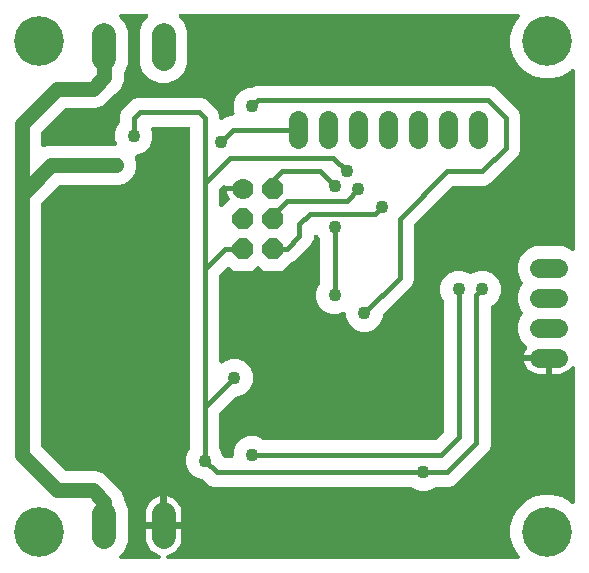
<source format=gbr>
G04 EAGLE Gerber RS-274X export*
G75*
%MOMM*%
%FSLAX34Y34*%
%LPD*%
%INBottom Copper*%
%IPPOS*%
%AMOC8*
5,1,8,0,0,1.08239X$1,22.5*%
G01*
%ADD10C,1.616000*%
%ADD11C,1.778000*%
%ADD12P,1.924489X8X292.500000*%
%ADD13C,2.000000*%
%ADD14C,1.100000*%
%ADD15C,1.270000*%
%ADD16C,4.200000*%
%ADD17C,0.406400*%
%ADD18P,1.298868X8X22.500000*%

G36*
X135888Y16444D02*
X135888Y16444D01*
X136025Y16449D01*
X136088Y16464D01*
X136152Y16471D01*
X136283Y16511D01*
X136417Y16543D01*
X136475Y16570D01*
X136537Y16589D01*
X136657Y16654D01*
X136782Y16712D01*
X136834Y16750D01*
X136891Y16781D01*
X136996Y16868D01*
X137107Y16950D01*
X137151Y16997D01*
X137200Y17038D01*
X137286Y17145D01*
X137379Y17247D01*
X137412Y17302D01*
X137452Y17352D01*
X137516Y17474D01*
X137586Y17592D01*
X137608Y17652D01*
X137638Y17709D01*
X137676Y17841D01*
X137722Y17971D01*
X137731Y18034D01*
X137749Y18096D01*
X137760Y18233D01*
X137780Y18369D01*
X137777Y18433D01*
X137782Y18498D01*
X137766Y18634D01*
X137759Y18771D01*
X137743Y18834D01*
X137735Y18897D01*
X137693Y19028D01*
X137658Y19161D01*
X137630Y19219D01*
X137610Y19280D01*
X137543Y19400D01*
X137483Y19523D01*
X137444Y19575D01*
X137412Y19631D01*
X137323Y19735D01*
X137240Y19844D01*
X137191Y19887D01*
X137149Y19935D01*
X137041Y20020D01*
X136938Y20111D01*
X136882Y20143D01*
X136831Y20182D01*
X136708Y20243D01*
X136589Y20312D01*
X136520Y20337D01*
X136471Y20362D01*
X136393Y20382D01*
X136277Y20424D01*
X135288Y20689D01*
X133462Y21445D01*
X131750Y22434D01*
X130181Y23637D01*
X128783Y25035D01*
X127580Y26604D01*
X126591Y28316D01*
X125835Y30142D01*
X125323Y32052D01*
X125065Y34012D01*
X125065Y42001D01*
X139178Y42001D01*
X139196Y42002D01*
X139213Y42001D01*
X139396Y42022D01*
X139578Y42041D01*
X139595Y42046D01*
X139613Y42048D01*
X139788Y42105D01*
X139963Y42159D01*
X139979Y42167D01*
X139996Y42173D01*
X140145Y42257D01*
X140199Y42230D01*
X140362Y42145D01*
X140379Y42140D01*
X140395Y42132D01*
X140573Y42084D01*
X140748Y42034D01*
X140766Y42032D01*
X140783Y42028D01*
X141114Y42001D01*
X155227Y42001D01*
X155227Y34012D01*
X154969Y32052D01*
X154457Y30142D01*
X153701Y28316D01*
X152712Y26604D01*
X151509Y25035D01*
X150111Y23637D01*
X148542Y22434D01*
X146830Y21445D01*
X145004Y20689D01*
X144015Y20424D01*
X143887Y20376D01*
X143755Y20335D01*
X143699Y20305D01*
X143638Y20282D01*
X143522Y20209D01*
X143401Y20143D01*
X143352Y20102D01*
X143297Y20068D01*
X143197Y19974D01*
X143092Y19886D01*
X143052Y19835D01*
X143005Y19791D01*
X142926Y19679D01*
X142840Y19572D01*
X142810Y19515D01*
X142773Y19462D01*
X142717Y19336D01*
X142654Y19215D01*
X142636Y19153D01*
X142610Y19094D01*
X142581Y18960D01*
X142543Y18828D01*
X142538Y18764D01*
X142524Y18701D01*
X142521Y18563D01*
X142510Y18426D01*
X142517Y18363D01*
X142516Y18298D01*
X142541Y18163D01*
X142557Y18027D01*
X142577Y17965D01*
X142588Y17902D01*
X142639Y17774D01*
X142682Y17644D01*
X142713Y17588D01*
X142737Y17528D01*
X142812Y17413D01*
X142880Y17293D01*
X142922Y17244D01*
X142957Y17190D01*
X143053Y17092D01*
X143143Y16988D01*
X143194Y16949D01*
X143239Y16903D01*
X143352Y16826D01*
X143461Y16742D01*
X143518Y16713D01*
X143572Y16677D01*
X143698Y16624D01*
X143821Y16562D01*
X143883Y16546D01*
X143943Y16521D01*
X144077Y16494D01*
X144210Y16458D01*
X144284Y16452D01*
X144337Y16441D01*
X144417Y16441D01*
X144541Y16431D01*
X439597Y16431D01*
X439606Y16432D01*
X439615Y16431D01*
X439807Y16452D01*
X439998Y16471D01*
X440007Y16473D01*
X440016Y16474D01*
X440198Y16532D01*
X440383Y16589D01*
X440391Y16593D01*
X440399Y16596D01*
X440568Y16689D01*
X440737Y16781D01*
X440744Y16786D01*
X440752Y16791D01*
X440900Y16916D01*
X441046Y17038D01*
X441052Y17045D01*
X441059Y17051D01*
X441178Y17202D01*
X441299Y17352D01*
X441303Y17360D01*
X441308Y17367D01*
X441395Y17538D01*
X441484Y17709D01*
X441487Y17718D01*
X441491Y17726D01*
X441542Y17911D01*
X441596Y18096D01*
X441596Y18105D01*
X441599Y18114D01*
X441613Y18304D01*
X441628Y18498D01*
X441627Y18506D01*
X441628Y18515D01*
X441604Y18708D01*
X441582Y18897D01*
X441579Y18906D01*
X441578Y18915D01*
X441516Y19098D01*
X441457Y19280D01*
X441452Y19288D01*
X441449Y19296D01*
X441354Y19462D01*
X441259Y19631D01*
X441253Y19638D01*
X441248Y19645D01*
X441034Y19898D01*
X440065Y20867D01*
X435963Y27972D01*
X433839Y35898D01*
X433839Y44102D01*
X435963Y52028D01*
X440065Y59133D01*
X445867Y64935D01*
X452972Y69037D01*
X460898Y71161D01*
X469102Y71161D01*
X477028Y69037D01*
X484133Y64935D01*
X485102Y63966D01*
X485109Y63961D01*
X485114Y63954D01*
X485264Y63833D01*
X485413Y63711D01*
X485421Y63707D01*
X485428Y63701D01*
X485598Y63613D01*
X485769Y63523D01*
X485778Y63520D01*
X485785Y63516D01*
X485970Y63463D01*
X486155Y63408D01*
X486164Y63407D01*
X486172Y63404D01*
X486363Y63389D01*
X486556Y63371D01*
X486565Y63372D01*
X486574Y63372D01*
X486763Y63394D01*
X486956Y63415D01*
X486965Y63417D01*
X486973Y63418D01*
X487155Y63478D01*
X487340Y63536D01*
X487348Y63541D01*
X487356Y63543D01*
X487523Y63638D01*
X487692Y63731D01*
X487699Y63737D01*
X487707Y63741D01*
X487852Y63866D01*
X487999Y63992D01*
X488005Y63999D01*
X488012Y64004D01*
X488128Y64155D01*
X488249Y64307D01*
X488253Y64316D01*
X488258Y64322D01*
X488343Y64493D01*
X488431Y64666D01*
X488434Y64675D01*
X488438Y64683D01*
X488487Y64869D01*
X488539Y65054D01*
X488540Y65063D01*
X488542Y65072D01*
X488569Y65403D01*
X488569Y177857D01*
X488553Y178024D01*
X488541Y178192D01*
X488533Y178224D01*
X488529Y178257D01*
X488480Y178418D01*
X488436Y178581D01*
X488421Y178610D01*
X488411Y178642D01*
X488331Y178790D01*
X488256Y178941D01*
X488235Y178967D01*
X488219Y178996D01*
X488112Y179125D01*
X488008Y179258D01*
X487983Y179280D01*
X487962Y179306D01*
X487831Y179411D01*
X487703Y179521D01*
X487674Y179537D01*
X487648Y179558D01*
X487499Y179635D01*
X487352Y179718D01*
X487320Y179728D01*
X487291Y179743D01*
X487129Y179790D01*
X486969Y179842D01*
X486936Y179846D01*
X486904Y179855D01*
X486736Y179869D01*
X486569Y179888D01*
X486536Y179885D01*
X486502Y179888D01*
X486336Y179868D01*
X486168Y179854D01*
X486136Y179845D01*
X486103Y179841D01*
X485943Y179789D01*
X485781Y179742D01*
X485752Y179726D01*
X485720Y179716D01*
X485573Y179633D01*
X485424Y179555D01*
X485398Y179534D01*
X485369Y179518D01*
X485242Y179408D01*
X485111Y179302D01*
X485087Y179274D01*
X485065Y179255D01*
X485012Y179187D01*
X484895Y179051D01*
X484368Y178326D01*
X482904Y176862D01*
X481228Y175644D01*
X479382Y174703D01*
X477412Y174063D01*
X475366Y173739D01*
X468789Y173739D01*
X468789Y186392D01*
X468787Y186410D01*
X468789Y186427D01*
X468768Y186610D01*
X468749Y186792D01*
X468744Y186809D01*
X468742Y186827D01*
X468685Y187002D01*
X468631Y187177D01*
X468623Y187193D01*
X468617Y187210D01*
X468527Y187370D01*
X468439Y187531D01*
X468428Y187545D01*
X468419Y187561D01*
X468299Y187700D01*
X468182Y187841D01*
X468168Y187852D01*
X468156Y187865D01*
X468011Y187978D01*
X467868Y188093D01*
X467852Y188101D01*
X467838Y188112D01*
X467673Y188194D01*
X467597Y188234D01*
X467511Y188386D01*
X467423Y188548D01*
X467412Y188561D01*
X467403Y188577D01*
X467283Y188716D01*
X467165Y188857D01*
X467152Y188868D01*
X467140Y188882D01*
X466995Y188994D01*
X466852Y189109D01*
X466836Y189117D01*
X466822Y189128D01*
X466657Y189210D01*
X466494Y189295D01*
X466477Y189300D01*
X466461Y189308D01*
X466283Y189355D01*
X466108Y189406D01*
X466090Y189408D01*
X466073Y189412D01*
X465742Y189439D01*
X445247Y189439D01*
X445333Y189982D01*
X445973Y191952D01*
X446914Y193798D01*
X447561Y194689D01*
X447592Y194741D01*
X447629Y194788D01*
X447693Y194914D01*
X447765Y195037D01*
X447784Y195093D01*
X447811Y195147D01*
X447849Y195283D01*
X447895Y195417D01*
X447903Y195477D01*
X447919Y195535D01*
X447930Y195676D01*
X447948Y195816D01*
X447944Y195876D01*
X447949Y195936D01*
X447931Y196077D01*
X447922Y196218D01*
X447906Y196276D01*
X447898Y196336D01*
X447853Y196470D01*
X447816Y196607D01*
X447789Y196660D01*
X447770Y196717D01*
X447699Y196840D01*
X447636Y196967D01*
X447599Y197014D01*
X447569Y197066D01*
X447439Y197220D01*
X447389Y197284D01*
X447372Y197299D01*
X447354Y197319D01*
X442706Y201967D01*
X439929Y208672D01*
X439929Y215928D01*
X442706Y222633D01*
X443637Y223564D01*
X443649Y223578D01*
X443662Y223589D01*
X443776Y223733D01*
X443892Y223875D01*
X443901Y223891D01*
X443912Y223905D01*
X443995Y224069D01*
X444081Y224231D01*
X444086Y224248D01*
X444094Y224264D01*
X444144Y224441D01*
X444196Y224617D01*
X444197Y224635D01*
X444202Y224652D01*
X444216Y224835D01*
X444232Y225018D01*
X444230Y225036D01*
X444232Y225053D01*
X444209Y225235D01*
X444189Y225418D01*
X444183Y225435D01*
X444181Y225453D01*
X444123Y225627D01*
X444067Y225802D01*
X444059Y225818D01*
X444053Y225834D01*
X443961Y225993D01*
X443873Y226154D01*
X443861Y226168D01*
X443852Y226183D01*
X443637Y226436D01*
X442706Y227367D01*
X439929Y234072D01*
X439929Y241328D01*
X442706Y248033D01*
X443637Y248964D01*
X443649Y248977D01*
X443662Y248989D01*
X443776Y249133D01*
X443892Y249275D01*
X443901Y249291D01*
X443912Y249305D01*
X443995Y249469D01*
X444081Y249631D01*
X444086Y249648D01*
X444094Y249664D01*
X444144Y249841D01*
X444196Y250017D01*
X444197Y250035D01*
X444202Y250052D01*
X444216Y250235D01*
X444232Y250418D01*
X444230Y250436D01*
X444232Y250453D01*
X444209Y250635D01*
X444189Y250818D01*
X444183Y250835D01*
X444181Y250853D01*
X444123Y251026D01*
X444067Y251202D01*
X444059Y251218D01*
X444053Y251234D01*
X443962Y251393D01*
X443873Y251554D01*
X443861Y251568D01*
X443852Y251583D01*
X443637Y251836D01*
X442706Y252767D01*
X439929Y259472D01*
X439929Y266728D01*
X442706Y273433D01*
X447837Y278564D01*
X447973Y278620D01*
X452877Y280651D01*
X454542Y281341D01*
X477958Y281341D01*
X484663Y278564D01*
X485102Y278125D01*
X485109Y278119D01*
X485114Y278112D01*
X485263Y277992D01*
X485413Y277870D01*
X485421Y277865D01*
X485428Y277860D01*
X485597Y277772D01*
X485769Y277681D01*
X485778Y277678D01*
X485785Y277674D01*
X485969Y277621D01*
X486155Y277566D01*
X486164Y277565D01*
X486172Y277563D01*
X486363Y277547D01*
X486556Y277530D01*
X486565Y277531D01*
X486574Y277530D01*
X486763Y277552D01*
X486956Y277573D01*
X486965Y277576D01*
X486973Y277577D01*
X487156Y277637D01*
X487340Y277695D01*
X487348Y277699D01*
X487356Y277702D01*
X487525Y277797D01*
X487692Y277889D01*
X487699Y277895D01*
X487707Y277900D01*
X487852Y278025D01*
X487999Y278150D01*
X488005Y278157D01*
X488012Y278163D01*
X488129Y278315D01*
X488249Y278466D01*
X488253Y278474D01*
X488258Y278481D01*
X488345Y278654D01*
X488431Y278825D01*
X488434Y278833D01*
X488438Y278841D01*
X488488Y279030D01*
X488539Y279213D01*
X488540Y279221D01*
X488542Y279230D01*
X488569Y279561D01*
X488569Y429597D01*
X488568Y429606D01*
X488569Y429615D01*
X488548Y429807D01*
X488529Y429998D01*
X488527Y430007D01*
X488526Y430016D01*
X488468Y430198D01*
X488411Y430383D01*
X488407Y430391D01*
X488404Y430399D01*
X488311Y430568D01*
X488219Y430737D01*
X488214Y430744D01*
X488209Y430752D01*
X488084Y430900D01*
X487962Y431046D01*
X487955Y431052D01*
X487949Y431059D01*
X487798Y431178D01*
X487648Y431299D01*
X487640Y431303D01*
X487633Y431308D01*
X487462Y431395D01*
X487291Y431484D01*
X487282Y431487D01*
X487274Y431491D01*
X487089Y431542D01*
X486904Y431596D01*
X486895Y431596D01*
X486886Y431599D01*
X486694Y431613D01*
X486502Y431628D01*
X486494Y431627D01*
X486485Y431628D01*
X486292Y431604D01*
X486103Y431582D01*
X486094Y431579D01*
X486085Y431578D01*
X485902Y431516D01*
X485720Y431457D01*
X485712Y431452D01*
X485704Y431449D01*
X485538Y431354D01*
X485369Y431259D01*
X485362Y431253D01*
X485355Y431248D01*
X485102Y431034D01*
X484133Y430065D01*
X477028Y425963D01*
X469102Y423839D01*
X460898Y423839D01*
X452972Y425963D01*
X445867Y430065D01*
X440065Y435867D01*
X435963Y442972D01*
X433839Y450898D01*
X433839Y459102D01*
X435963Y467028D01*
X440065Y474133D01*
X441034Y475102D01*
X441039Y475109D01*
X441046Y475114D01*
X441167Y475264D01*
X441289Y475413D01*
X441293Y475421D01*
X441299Y475428D01*
X441387Y475598D01*
X441477Y475769D01*
X441480Y475778D01*
X441484Y475785D01*
X441537Y475970D01*
X441592Y476155D01*
X441593Y476164D01*
X441596Y476172D01*
X441611Y476363D01*
X441629Y476556D01*
X441628Y476565D01*
X441628Y476574D01*
X441606Y476763D01*
X441585Y476956D01*
X441583Y476965D01*
X441582Y476973D01*
X441522Y477155D01*
X441464Y477340D01*
X441459Y477348D01*
X441457Y477356D01*
X441362Y477523D01*
X441269Y477692D01*
X441263Y477699D01*
X441259Y477707D01*
X441134Y477852D01*
X441008Y477999D01*
X441001Y478005D01*
X440996Y478012D01*
X440845Y478128D01*
X440693Y478249D01*
X440684Y478253D01*
X440678Y478258D01*
X440507Y478343D01*
X440334Y478431D01*
X440325Y478434D01*
X440317Y478438D01*
X440131Y478487D01*
X439946Y478539D01*
X439937Y478540D01*
X439928Y478542D01*
X439597Y478569D01*
X154992Y478569D01*
X154983Y478568D01*
X154974Y478569D01*
X154783Y478548D01*
X154592Y478529D01*
X154583Y478527D01*
X154574Y478526D01*
X154392Y478468D01*
X154207Y478411D01*
X154199Y478407D01*
X154190Y478404D01*
X154022Y478311D01*
X153853Y478219D01*
X153846Y478214D01*
X153838Y478209D01*
X153691Y478085D01*
X153543Y477962D01*
X153538Y477955D01*
X153531Y477949D01*
X153412Y477798D01*
X153291Y477648D01*
X153287Y477640D01*
X153281Y477633D01*
X153194Y477460D01*
X153106Y477291D01*
X153103Y477282D01*
X153099Y477274D01*
X153047Y477088D01*
X152994Y476904D01*
X152993Y476895D01*
X152991Y476886D01*
X152977Y476693D01*
X152961Y476502D01*
X152962Y476494D01*
X152962Y476485D01*
X152986Y476292D01*
X153008Y476103D01*
X153011Y476094D01*
X153012Y476085D01*
X153073Y475902D01*
X153133Y475720D01*
X153137Y475712D01*
X153140Y475704D01*
X153236Y475537D01*
X153331Y475369D01*
X153337Y475362D01*
X153341Y475355D01*
X153556Y475102D01*
X157237Y471420D01*
X160307Y464010D01*
X160307Y435990D01*
X157237Y428580D01*
X151566Y422909D01*
X144156Y419839D01*
X136136Y419839D01*
X128726Y422909D01*
X123055Y428580D01*
X119985Y435990D01*
X119985Y464010D01*
X123055Y471420D01*
X126736Y475102D01*
X126742Y475109D01*
X126749Y475114D01*
X126869Y475264D01*
X126991Y475413D01*
X126995Y475421D01*
X127001Y475428D01*
X127089Y475598D01*
X127180Y475769D01*
X127182Y475778D01*
X127186Y475785D01*
X127240Y475970D01*
X127295Y476155D01*
X127295Y476164D01*
X127298Y476172D01*
X127314Y476363D01*
X127331Y476556D01*
X127330Y476565D01*
X127331Y476574D01*
X127309Y476763D01*
X127288Y476956D01*
X127285Y476965D01*
X127284Y476973D01*
X127224Y477155D01*
X127166Y477340D01*
X127162Y477348D01*
X127159Y477356D01*
X127064Y477524D01*
X126971Y477692D01*
X126966Y477699D01*
X126961Y477707D01*
X126835Y477853D01*
X126711Y477999D01*
X126704Y478005D01*
X126698Y478012D01*
X126547Y478129D01*
X126395Y478249D01*
X126387Y478253D01*
X126380Y478258D01*
X126208Y478344D01*
X126036Y478431D01*
X126027Y478434D01*
X126019Y478438D01*
X125833Y478488D01*
X125648Y478539D01*
X125639Y478540D01*
X125631Y478542D01*
X125300Y478569D01*
X104700Y478569D01*
X104691Y478568D01*
X104682Y478569D01*
X104491Y478548D01*
X104300Y478529D01*
X104291Y478527D01*
X104282Y478526D01*
X104100Y478468D01*
X103915Y478411D01*
X103907Y478407D01*
X103898Y478404D01*
X103730Y478311D01*
X103561Y478219D01*
X103554Y478214D01*
X103546Y478209D01*
X103399Y478085D01*
X103251Y477962D01*
X103246Y477955D01*
X103239Y477949D01*
X103120Y477798D01*
X102999Y477648D01*
X102995Y477640D01*
X102989Y477633D01*
X102902Y477460D01*
X102814Y477291D01*
X102811Y477282D01*
X102807Y477274D01*
X102755Y477088D01*
X102702Y476904D01*
X102701Y476895D01*
X102699Y476886D01*
X102685Y476693D01*
X102669Y476502D01*
X102670Y476494D01*
X102670Y476485D01*
X102694Y476292D01*
X102716Y476103D01*
X102719Y476094D01*
X102720Y476085D01*
X102781Y475902D01*
X102841Y475720D01*
X102845Y475712D01*
X102848Y475704D01*
X102944Y475537D01*
X103039Y475369D01*
X103045Y475362D01*
X103049Y475355D01*
X103264Y475102D01*
X106945Y471420D01*
X110015Y464010D01*
X110015Y435990D01*
X106943Y428574D01*
X106943Y428573D01*
X106922Y428556D01*
X106815Y428418D01*
X106705Y428283D01*
X106692Y428259D01*
X106676Y428238D01*
X106598Y428081D01*
X106516Y427927D01*
X106508Y427901D01*
X106496Y427877D01*
X106451Y427708D01*
X106401Y427541D01*
X106399Y427514D01*
X106392Y427488D01*
X106365Y427158D01*
X106365Y421570D01*
X103851Y415501D01*
X98921Y410571D01*
X94283Y405933D01*
X89353Y401003D01*
X83284Y398489D01*
X57680Y398489D01*
X57654Y398487D01*
X57627Y398489D01*
X57453Y398467D01*
X57280Y398449D01*
X57254Y398442D01*
X57228Y398438D01*
X57062Y398382D01*
X56895Y398331D01*
X56871Y398318D01*
X56846Y398310D01*
X56694Y398223D01*
X56541Y398139D01*
X56520Y398122D01*
X56497Y398109D01*
X56244Y397894D01*
X37106Y378756D01*
X37089Y378735D01*
X37068Y378718D01*
X36961Y378580D01*
X36851Y378444D01*
X36838Y378421D01*
X36822Y378400D01*
X36744Y378243D01*
X36662Y378089D01*
X36654Y378063D01*
X36642Y378039D01*
X36597Y377870D01*
X36547Y377703D01*
X36545Y377676D01*
X36538Y377650D01*
X36511Y377320D01*
X36511Y367395D01*
X36512Y367381D01*
X36511Y367368D01*
X36532Y367182D01*
X36551Y366994D01*
X36555Y366981D01*
X36556Y366968D01*
X36613Y366790D01*
X36669Y366609D01*
X36675Y366597D01*
X36679Y366585D01*
X36771Y366420D01*
X36861Y366255D01*
X36869Y366245D01*
X36876Y366233D01*
X36999Y366089D01*
X37118Y365946D01*
X37129Y365937D01*
X37137Y365927D01*
X37286Y365811D01*
X37432Y365694D01*
X37444Y365687D01*
X37454Y365679D01*
X37624Y365594D01*
X37789Y365508D01*
X37802Y365504D01*
X37814Y365498D01*
X37996Y365448D01*
X38176Y365397D01*
X38190Y365396D01*
X38203Y365392D01*
X38390Y365379D01*
X38578Y365364D01*
X38591Y365365D01*
X38604Y365364D01*
X38792Y365389D01*
X38977Y365411D01*
X38990Y365415D01*
X39003Y365417D01*
X39319Y365518D01*
X41716Y366511D01*
X98525Y366511D01*
X98539Y366512D01*
X98552Y366511D01*
X98738Y366532D01*
X98926Y366551D01*
X98939Y366555D01*
X98952Y366556D01*
X99130Y366613D01*
X99311Y366669D01*
X99323Y366675D01*
X99335Y366679D01*
X99500Y366771D01*
X99665Y366861D01*
X99675Y366869D01*
X99687Y366876D01*
X99831Y366999D01*
X99974Y367118D01*
X99983Y367129D01*
X99993Y367137D01*
X100109Y367286D01*
X100227Y367432D01*
X100233Y367444D01*
X100241Y367454D01*
X100326Y367624D01*
X100412Y367789D01*
X100416Y367802D01*
X100422Y367814D01*
X100472Y367996D01*
X100523Y368176D01*
X100525Y368190D01*
X100528Y368203D01*
X100541Y368389D01*
X100556Y368578D01*
X100555Y368591D01*
X100556Y368604D01*
X100531Y368791D01*
X100509Y368977D01*
X100505Y368990D01*
X100504Y369003D01*
X100402Y369319D01*
X99339Y371885D01*
X99339Y378115D01*
X101723Y383871D01*
X102212Y384360D01*
X102229Y384381D01*
X102250Y384398D01*
X102357Y384536D01*
X102467Y384671D01*
X102480Y384695D01*
X102496Y384716D01*
X102574Y384873D01*
X102656Y385027D01*
X102664Y385053D01*
X102676Y385077D01*
X102721Y385246D01*
X102771Y385413D01*
X102773Y385440D01*
X102780Y385466D01*
X102807Y385796D01*
X102807Y392425D01*
X104663Y396907D01*
X113093Y405337D01*
X117575Y407193D01*
X172425Y407193D01*
X176907Y405337D01*
X185337Y396907D01*
X187193Y392425D01*
X187193Y390540D01*
X187194Y390531D01*
X187193Y390522D01*
X187214Y390330D01*
X187233Y390139D01*
X187235Y390131D01*
X187236Y390122D01*
X187294Y389939D01*
X187351Y389754D01*
X187355Y389746D01*
X187358Y389738D01*
X187451Y389569D01*
X187543Y389400D01*
X187548Y389393D01*
X187553Y389385D01*
X187678Y389238D01*
X187800Y389091D01*
X187807Y389085D01*
X187813Y389078D01*
X187965Y388959D01*
X188114Y388839D01*
X188122Y388834D01*
X188129Y388829D01*
X188301Y388741D01*
X188471Y388653D01*
X188480Y388651D01*
X188488Y388647D01*
X188674Y388595D01*
X188858Y388542D01*
X188867Y388541D01*
X188876Y388539D01*
X189068Y388524D01*
X189260Y388509D01*
X189268Y388510D01*
X189277Y388509D01*
X189470Y388533D01*
X189659Y388556D01*
X189668Y388558D01*
X189677Y388560D01*
X189860Y388621D01*
X190042Y388681D01*
X190050Y388685D01*
X190058Y388688D01*
X190224Y388783D01*
X190393Y388878D01*
X190400Y388884D01*
X190407Y388889D01*
X190660Y389103D01*
X191893Y390337D01*
X191899Y390339D01*
X196375Y392193D01*
X198243Y392193D01*
X198256Y392194D01*
X198270Y392193D01*
X198456Y392214D01*
X198643Y392233D01*
X198656Y392237D01*
X198670Y392238D01*
X198848Y392295D01*
X199028Y392351D01*
X199040Y392357D01*
X199053Y392361D01*
X199217Y392453D01*
X199382Y392543D01*
X199393Y392551D01*
X199404Y392558D01*
X199548Y392681D01*
X199692Y392800D01*
X199700Y392811D01*
X199710Y392819D01*
X199827Y392968D01*
X199944Y393114D01*
X199950Y393126D01*
X199958Y393136D01*
X200043Y393306D01*
X200130Y393471D01*
X200133Y393484D01*
X200139Y393496D01*
X200189Y393678D01*
X200241Y393858D01*
X200242Y393872D01*
X200246Y393885D01*
X200258Y394071D01*
X200274Y394260D01*
X200272Y394273D01*
X200273Y394286D01*
X200249Y394473D01*
X200227Y394659D01*
X200223Y394672D01*
X200221Y394685D01*
X200119Y395001D01*
X199339Y396885D01*
X199339Y403115D01*
X201723Y408871D01*
X206129Y413277D01*
X211885Y415661D01*
X213472Y415661D01*
X213503Y415664D01*
X213534Y415662D01*
X213704Y415684D01*
X213873Y415701D01*
X213902Y415710D01*
X213934Y415714D01*
X214249Y415815D01*
X216494Y416745D01*
X217575Y417193D01*
X417425Y417193D01*
X421907Y415337D01*
X440337Y396907D01*
X442193Y392425D01*
X442193Y362575D01*
X440337Y358093D01*
X416907Y334663D01*
X412425Y332807D01*
X385892Y332807D01*
X385865Y332805D01*
X385838Y332807D01*
X385665Y332785D01*
X385491Y332767D01*
X385466Y332760D01*
X385439Y332756D01*
X385273Y332701D01*
X385106Y332649D01*
X385083Y332636D01*
X385057Y332628D01*
X384906Y332541D01*
X384752Y332457D01*
X384732Y332440D01*
X384708Y332427D01*
X384455Y332212D01*
X352788Y300545D01*
X352771Y300524D01*
X352750Y300506D01*
X352643Y300368D01*
X352533Y300233D01*
X352520Y300209D01*
X352504Y300188D01*
X352426Y300031D01*
X352344Y299877D01*
X352336Y299852D01*
X352324Y299828D01*
X352279Y299658D01*
X352229Y299491D01*
X352227Y299465D01*
X352220Y299439D01*
X352193Y299108D01*
X352193Y252575D01*
X350337Y248093D01*
X326256Y224013D01*
X326239Y223992D01*
X326218Y223974D01*
X326111Y223836D01*
X326001Y223701D01*
X325988Y223677D01*
X325972Y223656D01*
X325894Y223499D01*
X325812Y223345D01*
X325804Y223320D01*
X325792Y223296D01*
X325747Y223126D01*
X325697Y222959D01*
X325695Y222933D01*
X325688Y222907D01*
X325661Y222576D01*
X325661Y221885D01*
X323277Y216129D01*
X318871Y211723D01*
X313115Y209339D01*
X306885Y209339D01*
X301129Y211723D01*
X296723Y216129D01*
X294339Y221885D01*
X294339Y223877D01*
X294338Y223891D01*
X294339Y223904D01*
X294318Y224090D01*
X294299Y224278D01*
X294295Y224291D01*
X294294Y224304D01*
X294236Y224483D01*
X294181Y224663D01*
X294175Y224675D01*
X294171Y224687D01*
X294079Y224852D01*
X293989Y225017D01*
X293981Y225027D01*
X293974Y225039D01*
X293852Y225182D01*
X293732Y225326D01*
X293721Y225335D01*
X293713Y225345D01*
X293565Y225461D01*
X293418Y225579D01*
X293406Y225585D01*
X293396Y225593D01*
X293227Y225678D01*
X293061Y225764D01*
X293048Y225768D01*
X293036Y225774D01*
X292855Y225823D01*
X292674Y225875D01*
X292660Y225877D01*
X292647Y225880D01*
X292459Y225893D01*
X292272Y225908D01*
X292259Y225907D01*
X292246Y225908D01*
X292058Y225883D01*
X291873Y225861D01*
X291860Y225857D01*
X291847Y225856D01*
X291531Y225754D01*
X288115Y224339D01*
X281885Y224339D01*
X276129Y226723D01*
X271723Y231129D01*
X269339Y236885D01*
X269339Y243115D01*
X271723Y248871D01*
X272212Y249360D01*
X272229Y249381D01*
X272250Y249398D01*
X272357Y249536D01*
X272467Y249671D01*
X272480Y249695D01*
X272496Y249716D01*
X272574Y249873D01*
X272656Y250027D01*
X272664Y250053D01*
X272676Y250077D01*
X272721Y250246D01*
X272771Y250413D01*
X272773Y250440D01*
X272780Y250466D01*
X272807Y250796D01*
X272807Y286704D01*
X272805Y286730D01*
X272807Y286757D01*
X272785Y286931D01*
X272767Y287104D01*
X272760Y287130D01*
X272756Y287156D01*
X272701Y287322D01*
X272649Y287489D01*
X272636Y287513D01*
X272628Y287538D01*
X272541Y287690D01*
X272457Y287843D01*
X272440Y287864D01*
X272427Y287887D01*
X272212Y288140D01*
X271723Y288629D01*
X271101Y290133D01*
X271099Y290137D01*
X271097Y290141D01*
X271004Y290314D01*
X270910Y290488D01*
X270908Y290491D01*
X270905Y290495D01*
X270781Y290644D01*
X270654Y290798D01*
X270651Y290801D01*
X270648Y290804D01*
X270495Y290927D01*
X270341Y291052D01*
X270337Y291054D01*
X270334Y291056D01*
X270161Y291146D01*
X269985Y291239D01*
X269981Y291240D01*
X269977Y291242D01*
X269789Y291296D01*
X269598Y291352D01*
X269594Y291352D01*
X269590Y291353D01*
X269392Y291370D01*
X269197Y291386D01*
X269193Y291386D01*
X269188Y291386D01*
X268994Y291363D01*
X268797Y291341D01*
X268793Y291340D01*
X268789Y291339D01*
X268603Y291279D01*
X268414Y291218D01*
X268410Y291216D01*
X268406Y291215D01*
X268234Y291118D01*
X268062Y291022D01*
X268059Y291019D01*
X268055Y291017D01*
X267907Y290888D01*
X267757Y290760D01*
X267754Y290756D01*
X267750Y290753D01*
X267630Y290599D01*
X267508Y290443D01*
X267506Y290439D01*
X267504Y290435D01*
X267415Y290257D01*
X267328Y290083D01*
X267326Y290079D01*
X267324Y290075D01*
X267273Y289883D01*
X267221Y289695D01*
X267221Y289690D01*
X267220Y289686D01*
X267193Y289355D01*
X267193Y287575D01*
X265337Y283093D01*
X251507Y269263D01*
X248122Y267862D01*
X248094Y267847D01*
X248065Y267837D01*
X247917Y267752D01*
X247767Y267671D01*
X247743Y267652D01*
X247716Y267636D01*
X247463Y267421D01*
X240591Y260549D01*
X224809Y260549D01*
X221436Y263922D01*
X221422Y263933D01*
X221411Y263947D01*
X221267Y264060D01*
X221125Y264177D01*
X221109Y264185D01*
X221095Y264196D01*
X220931Y264280D01*
X220769Y264366D01*
X220752Y264371D01*
X220736Y264379D01*
X220559Y264428D01*
X220383Y264480D01*
X220365Y264482D01*
X220348Y264487D01*
X220165Y264500D01*
X219982Y264517D01*
X219964Y264515D01*
X219947Y264516D01*
X219765Y264493D01*
X219582Y264473D01*
X219565Y264468D01*
X219547Y264466D01*
X219373Y264407D01*
X219198Y264352D01*
X219182Y264343D01*
X219166Y264338D01*
X219006Y264246D01*
X218846Y264157D01*
X218832Y264146D01*
X218817Y264137D01*
X218564Y263922D01*
X215191Y260549D01*
X199409Y260549D01*
X196387Y263571D01*
X196373Y263583D01*
X196362Y263596D01*
X196218Y263710D01*
X196075Y263826D01*
X196060Y263835D01*
X196046Y263846D01*
X195882Y263929D01*
X195720Y264015D01*
X195703Y264020D01*
X195687Y264028D01*
X195510Y264077D01*
X195334Y264130D01*
X195316Y264131D01*
X195299Y264136D01*
X195116Y264150D01*
X194933Y264166D01*
X194915Y264164D01*
X194897Y264166D01*
X194715Y264143D01*
X194533Y264123D01*
X194516Y264117D01*
X194498Y264115D01*
X194324Y264057D01*
X194149Y264001D01*
X194133Y263993D01*
X194116Y263987D01*
X193957Y263895D01*
X193796Y263806D01*
X193783Y263795D01*
X193767Y263786D01*
X193514Y263571D01*
X187788Y257845D01*
X187771Y257824D01*
X187750Y257806D01*
X187643Y257668D01*
X187533Y257533D01*
X187520Y257509D01*
X187504Y257488D01*
X187426Y257331D01*
X187344Y257177D01*
X187336Y257152D01*
X187324Y257128D01*
X187279Y256958D01*
X187229Y256791D01*
X187227Y256765D01*
X187220Y256739D01*
X187193Y256408D01*
X187193Y184244D01*
X187194Y184235D01*
X187193Y184226D01*
X187213Y184036D01*
X187233Y183844D01*
X187235Y183835D01*
X187236Y183826D01*
X187294Y183643D01*
X187351Y183459D01*
X187355Y183451D01*
X187358Y183442D01*
X187451Y183274D01*
X187543Y183105D01*
X187548Y183098D01*
X187553Y183090D01*
X187677Y182943D01*
X187800Y182795D01*
X187807Y182790D01*
X187813Y182783D01*
X187965Y182663D01*
X188114Y182543D01*
X188122Y182539D01*
X188129Y182533D01*
X188302Y182446D01*
X188471Y182358D01*
X188480Y182355D01*
X188488Y182351D01*
X188673Y182299D01*
X188858Y182246D01*
X188867Y182245D01*
X188876Y182243D01*
X189068Y182229D01*
X189260Y182213D01*
X189268Y182214D01*
X189277Y182214D01*
X189469Y182238D01*
X189659Y182260D01*
X189668Y182263D01*
X189677Y182264D01*
X189859Y182325D01*
X190042Y182385D01*
X190050Y182389D01*
X190058Y182392D01*
X190226Y182489D01*
X190393Y182583D01*
X190400Y182589D01*
X190407Y182593D01*
X190660Y182808D01*
X191129Y183277D01*
X196885Y185661D01*
X203115Y185661D01*
X208871Y183277D01*
X213277Y178871D01*
X215661Y173115D01*
X215661Y166885D01*
X213277Y161129D01*
X208871Y156723D01*
X203115Y154339D01*
X202424Y154339D01*
X202397Y154337D01*
X202370Y154339D01*
X202197Y154317D01*
X202023Y154299D01*
X201998Y154292D01*
X201971Y154288D01*
X201805Y154233D01*
X201638Y154181D01*
X201615Y154168D01*
X201589Y154160D01*
X201438Y154073D01*
X201284Y153989D01*
X201264Y153972D01*
X201240Y153959D01*
X200987Y153744D01*
X187788Y140545D01*
X187771Y140524D01*
X187750Y140506D01*
X187643Y140368D01*
X187533Y140233D01*
X187520Y140209D01*
X187504Y140188D01*
X187426Y140031D01*
X187344Y139877D01*
X187336Y139852D01*
X187324Y139828D01*
X187279Y139658D01*
X187229Y139491D01*
X187227Y139465D01*
X187220Y139439D01*
X187193Y139108D01*
X187193Y110796D01*
X187195Y110770D01*
X187193Y110743D01*
X187215Y110569D01*
X187233Y110396D01*
X187240Y110370D01*
X187244Y110344D01*
X187299Y110178D01*
X187351Y110011D01*
X187364Y109987D01*
X187372Y109962D01*
X187459Y109810D01*
X187543Y109657D01*
X187560Y109636D01*
X187573Y109613D01*
X187788Y109360D01*
X188277Y108871D01*
X190523Y103447D01*
X190534Y103427D01*
X190541Y103406D01*
X190629Y103250D01*
X190714Y103092D01*
X190728Y103075D01*
X190739Y103055D01*
X190856Y102920D01*
X190970Y102781D01*
X190987Y102767D01*
X191002Y102750D01*
X191143Y102641D01*
X191283Y102528D01*
X191302Y102517D01*
X191320Y102504D01*
X191481Y102424D01*
X191639Y102341D01*
X191660Y102334D01*
X191681Y102324D01*
X191854Y102278D01*
X192026Y102228D01*
X192048Y102226D01*
X192069Y102220D01*
X192400Y102193D01*
X197308Y102193D01*
X197326Y102195D01*
X197344Y102193D01*
X197526Y102214D01*
X197709Y102233D01*
X197726Y102238D01*
X197743Y102240D01*
X197918Y102297D01*
X198094Y102351D01*
X198109Y102359D01*
X198126Y102365D01*
X198286Y102455D01*
X198448Y102543D01*
X198461Y102554D01*
X198477Y102563D01*
X198616Y102683D01*
X198757Y102800D01*
X198768Y102814D01*
X198782Y102826D01*
X198894Y102971D01*
X199009Y103114D01*
X199017Y103130D01*
X199028Y103144D01*
X199110Y103309D01*
X199195Y103471D01*
X199200Y103488D01*
X199208Y103504D01*
X199255Y103683D01*
X199306Y103858D01*
X199308Y103876D01*
X199312Y103893D01*
X199339Y104224D01*
X199339Y108115D01*
X201723Y113871D01*
X206129Y118277D01*
X211885Y120661D01*
X218115Y120661D01*
X223871Y118277D01*
X224360Y117788D01*
X224381Y117771D01*
X224398Y117750D01*
X224536Y117643D01*
X224671Y117533D01*
X224695Y117520D01*
X224716Y117504D01*
X224873Y117426D01*
X225027Y117344D01*
X225053Y117336D01*
X225077Y117324D01*
X225246Y117279D01*
X225413Y117229D01*
X225440Y117227D01*
X225466Y117220D01*
X225796Y117193D01*
X369108Y117193D01*
X369135Y117195D01*
X369162Y117193D01*
X369335Y117215D01*
X369509Y117233D01*
X369534Y117240D01*
X369561Y117244D01*
X369727Y117299D01*
X369894Y117351D01*
X369917Y117364D01*
X369943Y117372D01*
X370094Y117459D01*
X370248Y117543D01*
X370268Y117560D01*
X370292Y117573D01*
X370545Y117788D01*
X377212Y124455D01*
X377229Y124476D01*
X377250Y124494D01*
X377357Y124632D01*
X377467Y124767D01*
X377480Y124791D01*
X377496Y124812D01*
X377574Y124969D01*
X377656Y125123D01*
X377664Y125148D01*
X377676Y125172D01*
X377721Y125342D01*
X377771Y125509D01*
X377773Y125535D01*
X377780Y125561D01*
X377807Y125892D01*
X377807Y234204D01*
X377805Y234230D01*
X377807Y234257D01*
X377785Y234431D01*
X377767Y234604D01*
X377760Y234630D01*
X377756Y234656D01*
X377701Y234822D01*
X377649Y234989D01*
X377636Y235013D01*
X377628Y235038D01*
X377541Y235190D01*
X377457Y235343D01*
X377440Y235364D01*
X377427Y235387D01*
X377212Y235640D01*
X376723Y236129D01*
X374339Y241885D01*
X374339Y248115D01*
X376723Y253871D01*
X381129Y258277D01*
X386885Y260661D01*
X393115Y260661D01*
X399223Y258131D01*
X399248Y258123D01*
X399272Y258111D01*
X399440Y258065D01*
X399608Y258014D01*
X399635Y258012D01*
X399661Y258005D01*
X399835Y257993D01*
X400009Y257976D01*
X400035Y257979D01*
X400062Y257977D01*
X400237Y258000D01*
X400409Y258018D01*
X400435Y258026D01*
X400461Y258029D01*
X400777Y258131D01*
X406885Y260661D01*
X413115Y260661D01*
X418871Y258277D01*
X423277Y253871D01*
X425661Y248115D01*
X425661Y241885D01*
X423277Y236129D01*
X418871Y231723D01*
X418447Y231548D01*
X418427Y231537D01*
X418406Y231530D01*
X418250Y231442D01*
X418092Y231358D01*
X418075Y231343D01*
X418055Y231332D01*
X417919Y231215D01*
X417781Y231101D01*
X417767Y231084D01*
X417750Y231069D01*
X417641Y230928D01*
X417528Y230788D01*
X417517Y230769D01*
X417504Y230751D01*
X417424Y230591D01*
X417341Y230432D01*
X417334Y230411D01*
X417324Y230391D01*
X417278Y230217D01*
X417228Y230046D01*
X417226Y230023D01*
X417220Y230002D01*
X417193Y229671D01*
X417193Y112575D01*
X415337Y108093D01*
X411621Y104378D01*
X390622Y83379D01*
X386907Y79663D01*
X382425Y77807D01*
X370796Y77807D01*
X370770Y77805D01*
X370743Y77807D01*
X370569Y77785D01*
X370396Y77767D01*
X370370Y77760D01*
X370344Y77756D01*
X370178Y77701D01*
X370011Y77649D01*
X369987Y77636D01*
X369962Y77628D01*
X369810Y77541D01*
X369657Y77457D01*
X369636Y77440D01*
X369613Y77427D01*
X369360Y77212D01*
X368871Y76723D01*
X363115Y74339D01*
X356885Y74339D01*
X351129Y76723D01*
X350640Y77212D01*
X350619Y77229D01*
X350602Y77250D01*
X350464Y77357D01*
X350329Y77467D01*
X350305Y77480D01*
X350284Y77496D01*
X350127Y77574D01*
X349973Y77656D01*
X349947Y77664D01*
X349923Y77676D01*
X349754Y77721D01*
X349587Y77771D01*
X349560Y77773D01*
X349534Y77780D01*
X349204Y77807D01*
X182575Y77807D01*
X178093Y79663D01*
X174013Y83744D01*
X173992Y83761D01*
X173974Y83782D01*
X173836Y83889D01*
X173701Y83999D01*
X173677Y84012D01*
X173656Y84028D01*
X173499Y84106D01*
X173345Y84188D01*
X173320Y84196D01*
X173296Y84208D01*
X173126Y84253D01*
X172959Y84303D01*
X172933Y84305D01*
X172907Y84312D01*
X172576Y84339D01*
X171885Y84339D01*
X166129Y86723D01*
X161723Y91129D01*
X159339Y96885D01*
X159339Y103115D01*
X161723Y108871D01*
X162212Y109360D01*
X162229Y109381D01*
X162250Y109398D01*
X162357Y109536D01*
X162467Y109671D01*
X162480Y109695D01*
X162496Y109716D01*
X162574Y109873D01*
X162656Y110027D01*
X162664Y110053D01*
X162676Y110077D01*
X162721Y110246D01*
X162771Y110413D01*
X162773Y110440D01*
X162780Y110466D01*
X162807Y110796D01*
X162807Y380776D01*
X162805Y380794D01*
X162807Y380812D01*
X162786Y380994D01*
X162767Y381177D01*
X162762Y381194D01*
X162760Y381211D01*
X162703Y381386D01*
X162649Y381562D01*
X162641Y381577D01*
X162635Y381594D01*
X162545Y381754D01*
X162457Y381916D01*
X162446Y381929D01*
X162437Y381945D01*
X162317Y382084D01*
X162200Y382225D01*
X162186Y382236D01*
X162174Y382250D01*
X162029Y382362D01*
X161886Y382477D01*
X161870Y382485D01*
X161856Y382496D01*
X161691Y382578D01*
X161529Y382663D01*
X161512Y382668D01*
X161496Y382676D01*
X161317Y382723D01*
X161142Y382774D01*
X161124Y382776D01*
X161107Y382780D01*
X160776Y382807D01*
X131757Y382807D01*
X131744Y382806D01*
X131730Y382807D01*
X131544Y382786D01*
X131357Y382767D01*
X131344Y382763D01*
X131330Y382762D01*
X131152Y382705D01*
X130972Y382649D01*
X130960Y382643D01*
X130947Y382639D01*
X130783Y382547D01*
X130618Y382457D01*
X130607Y382449D01*
X130596Y382442D01*
X130452Y382319D01*
X130308Y382200D01*
X130300Y382189D01*
X130290Y382181D01*
X130173Y382032D01*
X130056Y381886D01*
X130050Y381874D01*
X130042Y381864D01*
X129957Y381694D01*
X129870Y381529D01*
X129867Y381516D01*
X129861Y381504D01*
X129811Y381322D01*
X129759Y381142D01*
X129758Y381128D01*
X129754Y381115D01*
X129742Y380929D01*
X129726Y380740D01*
X129728Y380727D01*
X129727Y380714D01*
X129751Y380527D01*
X129773Y380341D01*
X129777Y380328D01*
X129779Y380315D01*
X129881Y379999D01*
X130661Y378115D01*
X130661Y371885D01*
X128277Y366129D01*
X123871Y361723D01*
X118098Y359332D01*
X117974Y359318D01*
X117791Y359299D01*
X117774Y359294D01*
X117757Y359292D01*
X117582Y359235D01*
X117406Y359181D01*
X117391Y359173D01*
X117374Y359167D01*
X117214Y359077D01*
X117052Y358989D01*
X117039Y358978D01*
X117023Y358969D01*
X116884Y358849D01*
X116743Y358732D01*
X116732Y358718D01*
X116718Y358706D01*
X116606Y358561D01*
X116491Y358418D01*
X116483Y358402D01*
X116472Y358388D01*
X116390Y358223D01*
X116305Y358061D01*
X116300Y358044D01*
X116292Y358028D01*
X116245Y357849D01*
X116194Y357674D01*
X116192Y357656D01*
X116188Y357639D01*
X116161Y357308D01*
X116161Y354533D01*
X116164Y354502D01*
X116162Y354471D01*
X116184Y354301D01*
X116201Y354133D01*
X116210Y354103D01*
X116214Y354072D01*
X116315Y353756D01*
X116511Y353284D01*
X116511Y346716D01*
X116315Y346244D01*
X116306Y346214D01*
X116292Y346186D01*
X116248Y346022D01*
X116199Y345859D01*
X116196Y345828D01*
X116188Y345798D01*
X116161Y345467D01*
X116161Y343306D01*
X114633Y341778D01*
X114613Y341754D01*
X114589Y341733D01*
X114486Y341598D01*
X114378Y341467D01*
X114363Y341439D01*
X114344Y341414D01*
X114192Y341119D01*
X113997Y340647D01*
X109353Y336003D01*
X108881Y335808D01*
X108853Y335793D01*
X108824Y335783D01*
X108676Y335698D01*
X108526Y335617D01*
X108502Y335597D01*
X108475Y335582D01*
X108222Y335367D01*
X106694Y333839D01*
X104533Y333839D01*
X104502Y333836D01*
X104471Y333838D01*
X104301Y333816D01*
X104133Y333799D01*
X104103Y333790D01*
X104072Y333786D01*
X103756Y333685D01*
X103284Y333489D01*
X52680Y333489D01*
X52654Y333487D01*
X52627Y333489D01*
X52453Y333467D01*
X52280Y333449D01*
X52254Y333442D01*
X52228Y333438D01*
X52062Y333383D01*
X51895Y333331D01*
X51871Y333318D01*
X51846Y333310D01*
X51694Y333223D01*
X51541Y333139D01*
X51520Y333122D01*
X51497Y333109D01*
X51244Y332894D01*
X37106Y318756D01*
X37089Y318735D01*
X37068Y318718D01*
X36961Y318580D01*
X36851Y318444D01*
X36838Y318421D01*
X36822Y318400D01*
X36744Y318243D01*
X36662Y318089D01*
X36654Y318063D01*
X36642Y318039D01*
X36597Y317870D01*
X36547Y317703D01*
X36545Y317676D01*
X36538Y317650D01*
X36511Y317320D01*
X36511Y112680D01*
X36513Y112654D01*
X36511Y112627D01*
X36533Y112453D01*
X36551Y112280D01*
X36558Y112254D01*
X36562Y112228D01*
X36617Y112062D01*
X36669Y111895D01*
X36682Y111871D01*
X36690Y111846D01*
X36777Y111694D01*
X36861Y111541D01*
X36878Y111520D01*
X36891Y111497D01*
X37106Y111244D01*
X44283Y104067D01*
X56244Y92106D01*
X56265Y92089D01*
X56282Y92068D01*
X56420Y91961D01*
X56556Y91851D01*
X56579Y91838D01*
X56600Y91822D01*
X56757Y91744D01*
X56911Y91662D01*
X56937Y91654D01*
X56961Y91642D01*
X57130Y91597D01*
X57297Y91547D01*
X57324Y91545D01*
X57350Y91538D01*
X57680Y91511D01*
X83284Y91511D01*
X89353Y88997D01*
X103851Y74499D01*
X106365Y68430D01*
X106365Y67842D01*
X106367Y67816D01*
X106365Y67789D01*
X106387Y67615D01*
X106405Y67442D01*
X106412Y67416D01*
X106416Y67389D01*
X106471Y67224D01*
X106523Y67057D01*
X106536Y67033D01*
X106544Y67008D01*
X106631Y66856D01*
X106715Y66703D01*
X106732Y66682D01*
X106745Y66659D01*
X106943Y66425D01*
X110015Y59010D01*
X110015Y30990D01*
X106945Y23580D01*
X103264Y19898D01*
X103258Y19891D01*
X103251Y19886D01*
X103131Y19736D01*
X103009Y19587D01*
X103005Y19579D01*
X102999Y19572D01*
X102911Y19402D01*
X102820Y19231D01*
X102818Y19222D01*
X102814Y19215D01*
X102760Y19030D01*
X102705Y18845D01*
X102705Y18836D01*
X102702Y18828D01*
X102686Y18635D01*
X102669Y18444D01*
X102670Y18435D01*
X102669Y18426D01*
X102691Y18237D01*
X102712Y18044D01*
X102715Y18035D01*
X102716Y18027D01*
X102776Y17845D01*
X102834Y17660D01*
X102838Y17652D01*
X102841Y17644D01*
X102936Y17475D01*
X103029Y17308D01*
X103034Y17301D01*
X103039Y17293D01*
X103165Y17147D01*
X103289Y17001D01*
X103296Y16995D01*
X103302Y16988D01*
X103453Y16871D01*
X103605Y16751D01*
X103613Y16747D01*
X103620Y16742D01*
X103792Y16656D01*
X103964Y16569D01*
X103973Y16566D01*
X103981Y16562D01*
X104167Y16512D01*
X104352Y16461D01*
X104361Y16460D01*
X104369Y16458D01*
X104700Y16431D01*
X135751Y16431D01*
X135888Y16444D01*
G37*
%LPC*%
G36*
X143145Y47999D02*
X143145Y47999D01*
X143145Y69809D01*
X145004Y69311D01*
X146830Y68555D01*
X148542Y67566D01*
X150111Y66363D01*
X151509Y64965D01*
X152712Y63396D01*
X153701Y61684D01*
X154457Y59858D01*
X154969Y57948D01*
X155227Y55988D01*
X155227Y47999D01*
X143145Y47999D01*
G37*
%LPD*%
%LPC*%
G36*
X125065Y47999D02*
X125065Y47999D01*
X125065Y55988D01*
X125323Y57948D01*
X125835Y59858D01*
X126591Y61684D01*
X127580Y63396D01*
X128783Y64965D01*
X130181Y66363D01*
X131750Y67566D01*
X133462Y68555D01*
X135288Y69311D01*
X137147Y69809D01*
X137147Y47999D01*
X125065Y47999D01*
G37*
%LPD*%
G36*
X189268Y314708D02*
X189268Y314708D01*
X189277Y314708D01*
X189470Y314732D01*
X189659Y314754D01*
X189668Y314757D01*
X189677Y314758D01*
X189859Y314819D01*
X190042Y314879D01*
X190050Y314884D01*
X190058Y314886D01*
X190225Y314983D01*
X190393Y315077D01*
X190400Y315083D01*
X190407Y315087D01*
X190660Y315302D01*
X195423Y320064D01*
X195461Y320111D01*
X195505Y320151D01*
X195588Y320266D01*
X195678Y320376D01*
X195706Y320429D01*
X195741Y320477D01*
X195800Y320607D01*
X195866Y320732D01*
X195883Y320789D01*
X195908Y320844D01*
X195941Y320982D01*
X195981Y321117D01*
X195986Y321177D01*
X196000Y321236D01*
X196005Y321377D01*
X196017Y321518D01*
X196011Y321578D01*
X196013Y321638D01*
X195989Y321778D01*
X195974Y321919D01*
X195956Y321976D01*
X195946Y322035D01*
X195895Y322167D01*
X195853Y322302D01*
X195823Y322355D01*
X195802Y322411D01*
X195697Y322583D01*
X195658Y322655D01*
X195644Y322671D01*
X195630Y322695D01*
X195351Y323078D01*
X194353Y325037D01*
X193673Y327128D01*
X193551Y327901D01*
X206832Y327901D01*
X206850Y327902D01*
X206867Y327901D01*
X207050Y327922D01*
X207232Y327941D01*
X207249Y327946D01*
X207267Y327948D01*
X207442Y328005D01*
X207617Y328059D01*
X207633Y328067D01*
X207650Y328073D01*
X207810Y328163D01*
X207971Y328250D01*
X207985Y328262D01*
X208001Y328271D01*
X208140Y328391D01*
X208281Y328508D01*
X208292Y328522D01*
X208305Y328534D01*
X208418Y328679D01*
X208533Y328822D01*
X208541Y328838D01*
X208552Y328852D01*
X208634Y329017D01*
X208718Y329179D01*
X208723Y329196D01*
X208731Y329212D01*
X208779Y329391D01*
X208830Y329566D01*
X208831Y329584D01*
X208836Y329601D01*
X208863Y329932D01*
X208863Y330868D01*
X208861Y330886D01*
X208863Y330904D01*
X208841Y331086D01*
X208823Y331269D01*
X208818Y331286D01*
X208816Y331303D01*
X208759Y331478D01*
X208705Y331654D01*
X208697Y331669D01*
X208691Y331686D01*
X208601Y331846D01*
X208513Y332008D01*
X208502Y332021D01*
X208493Y332037D01*
X208373Y332176D01*
X208255Y332317D01*
X208242Y332328D01*
X208230Y332342D01*
X208085Y332454D01*
X207942Y332569D01*
X207926Y332577D01*
X207912Y332588D01*
X207747Y332670D01*
X207584Y332755D01*
X207567Y332760D01*
X207551Y332768D01*
X207373Y332815D01*
X207198Y332866D01*
X207180Y332868D01*
X207163Y332872D01*
X206832Y332899D01*
X192381Y332899D01*
X192221Y332981D01*
X192051Y333069D01*
X192042Y333071D01*
X192034Y333075D01*
X191848Y333127D01*
X191664Y333180D01*
X191655Y333181D01*
X191646Y333183D01*
X191454Y333198D01*
X191262Y333213D01*
X191254Y333212D01*
X191245Y333213D01*
X191052Y333189D01*
X190863Y333166D01*
X190854Y333164D01*
X190845Y333162D01*
X190662Y333101D01*
X190480Y333041D01*
X190472Y333037D01*
X190464Y333034D01*
X190298Y332939D01*
X190129Y332844D01*
X190122Y332838D01*
X190115Y332833D01*
X189862Y332619D01*
X187788Y330545D01*
X187771Y330524D01*
X187750Y330506D01*
X187644Y330368D01*
X187533Y330233D01*
X187520Y330209D01*
X187504Y330188D01*
X187426Y330032D01*
X187344Y329877D01*
X187336Y329852D01*
X187324Y329828D01*
X187279Y329659D01*
X187229Y329491D01*
X187227Y329465D01*
X187220Y329439D01*
X187193Y329108D01*
X187193Y316738D01*
X187194Y316730D01*
X187193Y316721D01*
X187214Y316527D01*
X187233Y316338D01*
X187235Y316329D01*
X187236Y316320D01*
X187295Y316136D01*
X187351Y315953D01*
X187355Y315945D01*
X187358Y315936D01*
X187451Y315768D01*
X187543Y315599D01*
X187548Y315592D01*
X187553Y315584D01*
X187677Y315437D01*
X187800Y315290D01*
X187807Y315284D01*
X187813Y315277D01*
X187965Y315157D01*
X188114Y315037D01*
X188122Y315033D01*
X188129Y315028D01*
X188302Y314940D01*
X188471Y314852D01*
X188480Y314849D01*
X188488Y314845D01*
X188674Y314793D01*
X188858Y314740D01*
X188867Y314740D01*
X188876Y314737D01*
X189069Y314723D01*
X189260Y314707D01*
X189268Y314708D01*
G37*
%LPC*%
G36*
X457134Y173739D02*
X457134Y173739D01*
X455088Y174063D01*
X453118Y174703D01*
X451272Y175644D01*
X449596Y176862D01*
X448132Y178326D01*
X446914Y180002D01*
X445973Y181848D01*
X445333Y183818D01*
X445247Y184361D01*
X463711Y184361D01*
X463711Y173739D01*
X457134Y173739D01*
G37*
%LPD*%
D10*
X458170Y263100D02*
X474330Y263100D01*
X474330Y237700D02*
X458170Y237700D01*
X458170Y212300D02*
X474330Y212300D01*
X474330Y186900D02*
X458170Y186900D01*
D11*
X207300Y330400D03*
D12*
X207300Y305000D03*
X207300Y279600D03*
X232700Y330400D03*
X232700Y305000D03*
X232700Y279600D03*
D13*
X89854Y55000D02*
X89854Y35000D01*
X140146Y35000D02*
X140146Y55000D01*
X140146Y440000D02*
X140146Y460000D01*
X89854Y460000D02*
X89854Y440000D01*
D10*
X253800Y388080D02*
X253800Y371920D01*
X279200Y371920D02*
X279200Y388080D01*
X304600Y388080D02*
X304600Y371920D01*
X330000Y371920D02*
X330000Y388080D01*
X355400Y388080D02*
X355400Y371920D01*
X380800Y371920D02*
X380800Y388080D01*
X406200Y388080D02*
X406200Y371920D01*
D14*
X115000Y155000D03*
D15*
X115000Y302500D01*
X146250Y333750D01*
D14*
X146250Y333750D03*
D16*
X35000Y455000D03*
X465000Y455000D03*
X35000Y40000D03*
X465000Y40000D03*
D14*
X410000Y245000D03*
D17*
X405000Y240000D01*
X405000Y115000D02*
X380000Y90000D01*
X360000Y90000D01*
X185000Y90000D01*
X175000Y100000D01*
D14*
X175000Y100000D03*
D17*
X405000Y115000D02*
X405000Y240000D01*
D14*
X200000Y170000D03*
D17*
X175000Y145000D01*
X175000Y100000D01*
X175000Y145000D02*
X175000Y262300D01*
X192300Y279600D02*
X207300Y279600D01*
X192300Y279600D02*
X175000Y262300D01*
X170000Y395000D02*
X120000Y395000D01*
X115000Y390000D01*
X115000Y375000D01*
D14*
X115000Y375000D03*
X295000Y345000D03*
D17*
X283750Y356250D01*
X175000Y335000D02*
X175000Y262300D01*
X175000Y335000D02*
X175000Y390000D01*
X170000Y395000D01*
X196250Y356250D02*
X175000Y335000D01*
X196250Y356250D02*
X283750Y356250D01*
D14*
X360000Y90000D03*
X285000Y297500D03*
D17*
X285000Y240000D01*
D14*
X285000Y240000D03*
D17*
X232700Y330400D02*
X232700Y337700D01*
X240000Y345000D01*
X272500Y345000D01*
X285000Y332500D01*
D14*
X285000Y332500D03*
D17*
X295000Y320000D02*
X245000Y320000D01*
X295000Y320000D02*
X305000Y330000D01*
X232700Y307700D02*
X232700Y305000D01*
X232700Y307700D02*
X245000Y320000D01*
D14*
X305000Y330000D03*
X325000Y315000D03*
D17*
X318750Y308750D01*
X263750Y308750D01*
X255000Y300000D01*
X244600Y279600D02*
X232700Y279600D01*
X255000Y290000D02*
X255000Y300000D01*
X255000Y290000D02*
X244600Y279600D01*
D14*
X390000Y245000D03*
D17*
X390000Y120000D01*
X375000Y105000D02*
X215000Y105000D01*
D14*
X215000Y105000D03*
D17*
X375000Y105000D02*
X390000Y120000D01*
D14*
X310000Y225000D03*
X215000Y400000D03*
D17*
X220000Y405000D01*
X415000Y405000D02*
X430000Y390000D01*
X430000Y365000D01*
X410000Y345000D02*
X380000Y345000D01*
X340000Y305000D01*
X340000Y255000D02*
X310000Y225000D01*
X220000Y405000D02*
X415000Y405000D01*
X430000Y365000D02*
X410000Y345000D01*
X340000Y305000D02*
X340000Y255000D01*
D18*
X30000Y95000D03*
X20000Y200000D03*
D15*
X20000Y105000D01*
X30000Y95000D01*
D18*
X53750Y415000D03*
D15*
X80000Y415000D01*
X20000Y325000D02*
X20000Y200000D01*
X20000Y325000D02*
X20000Y385000D01*
D18*
X100000Y350000D03*
D15*
X45000Y350000D01*
X20000Y325000D01*
X50000Y75000D02*
X80000Y75000D01*
X50000Y75000D02*
X30000Y95000D01*
X80000Y415000D02*
X89854Y424854D01*
X89854Y450000D01*
X80000Y75000D02*
X89854Y65146D01*
X89854Y45000D01*
X53750Y415000D02*
X50000Y415000D01*
X20000Y385000D01*
D17*
X198800Y380000D02*
X253800Y380000D01*
X198800Y380000D02*
X188800Y370000D01*
D14*
X188800Y370000D03*
M02*

</source>
